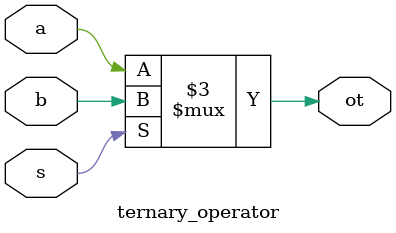
<source format=sv>
module ternary_operator(a,b,s,ot);
  input logic a;
  input logic b;
  input logic s;
  output logic ot;
  always @(*)begin
    ot=(s==0) ? a:b;//if s=0 hoga to a select hoga otherwise b
  end
endmodule


</source>
